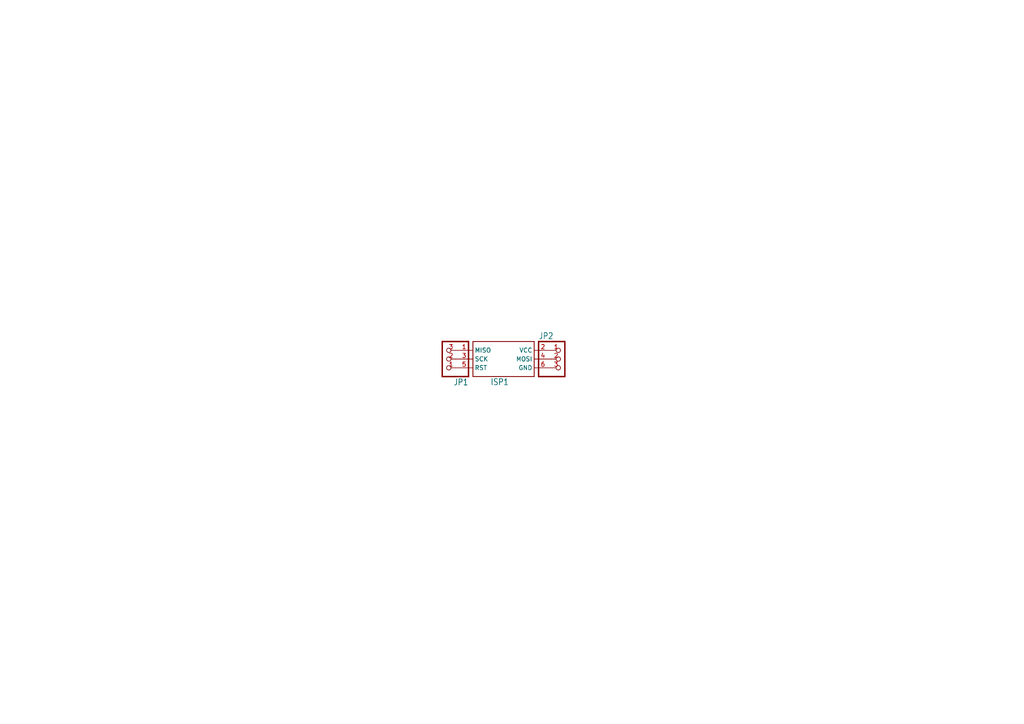
<source format=kicad_sch>
(kicad_sch (version 20230121) (generator eeschema)
  (paper "A4")
  (lib_symbols
    (symbol "working-eagle-import:AVRISP-BOX"
      (property "Reference" "ISP" (at -2.54 -7.62 0))
      (symbol "AVRISP-BOX_1_0"
        (polyline (pts (xy -7.62 -5.08) (xy -7.62 5.08)) (stroke (width 0.254)))
        (polyline (pts (xy -7.62 5.08) (xy 10.16 5.08)) (stroke (width 0.254)))
        (polyline (pts (xy 10.16 -5.08) (xy -7.62 -5.08)) (stroke (width 0.254)))
        (polyline (pts (xy 10.16 5.08) (xy 10.16 -5.08)) (stroke (width 0.254)))
        (pin input line (at -12.7 2.54 0) (length 5.08) (name "MISO") (number "1"))
        (pin power_in line (at 15.24 2.54 180) (length 5.08) (name "VCC") (number "2"))
        (pin output line (at -12.7 0 0) (length 5.08) (name "SCK") (number "3"))
        (pin output line (at 15.24 0 180) (length 5.08) (name "MOSI") (number "4"))
        (pin output line (at -12.7 -2.54 0) (length 5.08) (name "RST") (number "5"))
        (pin power_in line (at 15.24 -2.54 180) (length 5.08) (name "GND") (number "6"))
      )
    )
    (symbol "working-eagle-import:PINHD-1X3CB"
      (property "Reference" "JP" (at -6.35 5.715 0))
      (symbol "PINHD-1X3CB_1_0"
        (polyline (pts (xy -6.35 -5.08) (xy 1.27 -5.08)) (stroke (width 0.4064)))
        (polyline (pts (xy -6.35 5.08) (xy -6.35 -5.08)) (stroke (width 0.4064)))
        (polyline (pts (xy 1.27 -5.08) (xy 1.27 5.08)) (stroke (width 0.4064)))
        (polyline (pts (xy 1.27 5.08) (xy -6.35 5.08)) (stroke (width 0.4064)))
        (pin passive inverted (at -2.54 2.54 0) (length 2.54) (name "1") (number "1"))
        (pin passive inverted (at -2.54 0 0) (length 2.54) (name "2") (number "2"))
        (pin passive inverted (at -2.54 -2.54 0) (length 2.54) (name "3") (number "3"))
      )
    )
  )
  (symbol (lib_id "working-eagle-import:AVRISP-BOX") (at 144.78 104.14 0) (unit 1)
    (property "Reference" "ISP1" (at 142.24 111.76 0) (effects (font (size 1.778 1.5113)) (justify left bottom)))
    (property "Value" "AVRISP-BOX" (effects hide))
    (property "Footprint" "working:AVRISP-BOX" (effects hide))
  )
  (symbol (lib_id "working-eagle-import:PINHD-1X3CB") (at 129.54 104.14 180) (unit 1)
    (property "Reference" "JP1" (at 135.89 109.855 0) (effects (font (size 1.778 1.5113)) (justify left bottom)))
    (property "Value" "PINHD-1X3CB" (effects hide))
    (property "Footprint" "working:1X03-CLEANBIG" (effects hide))
  )
  (symbol (lib_id "working-eagle-import:PINHD-1X3CB") (at 162.56 104.14 0) (unit 1)
    (property "Reference" "JP2" (at 156.21 98.425 0) (effects (font (size 1.778 1.5113)) (justify left bottom)))
    (property "Value" "PINHD-1X3CB" (effects hide))
    (property "Footprint" "working:1X03-CLEANBIG" (effects hide))
  )
)
</source>
